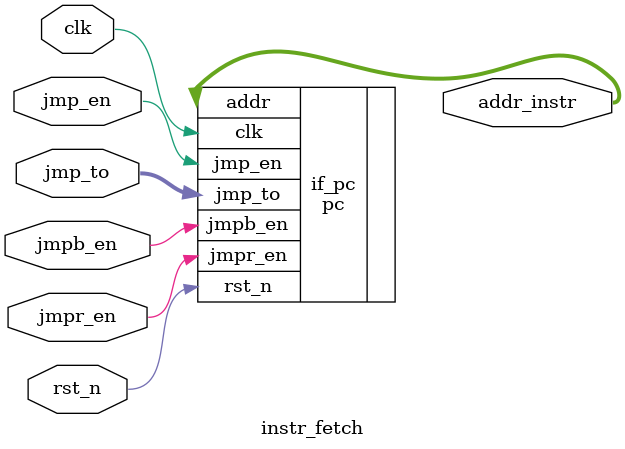
<source format=v>


module instr_fetch(

	input 				clk,
	input				rst_n,
	input				jmp_en		,
	input				jmpr_en		,
	input				jmpb_en		,

	input  [31:0]		jmp_to		,

	output [31:0] 		addr_instr	
	
);


	pc if_pc(
		.clk(clk)			,
		.rst_n(rst_n)		,
		.jmp_en	(jmp_en	)	,
		.jmpr_en(jmpr_en)	,
		.jmpb_en(jmpb_en)	,
		.jmp_to	(jmp_to	)	,
		.addr(addr_instr)
	);

endmodule
</source>
